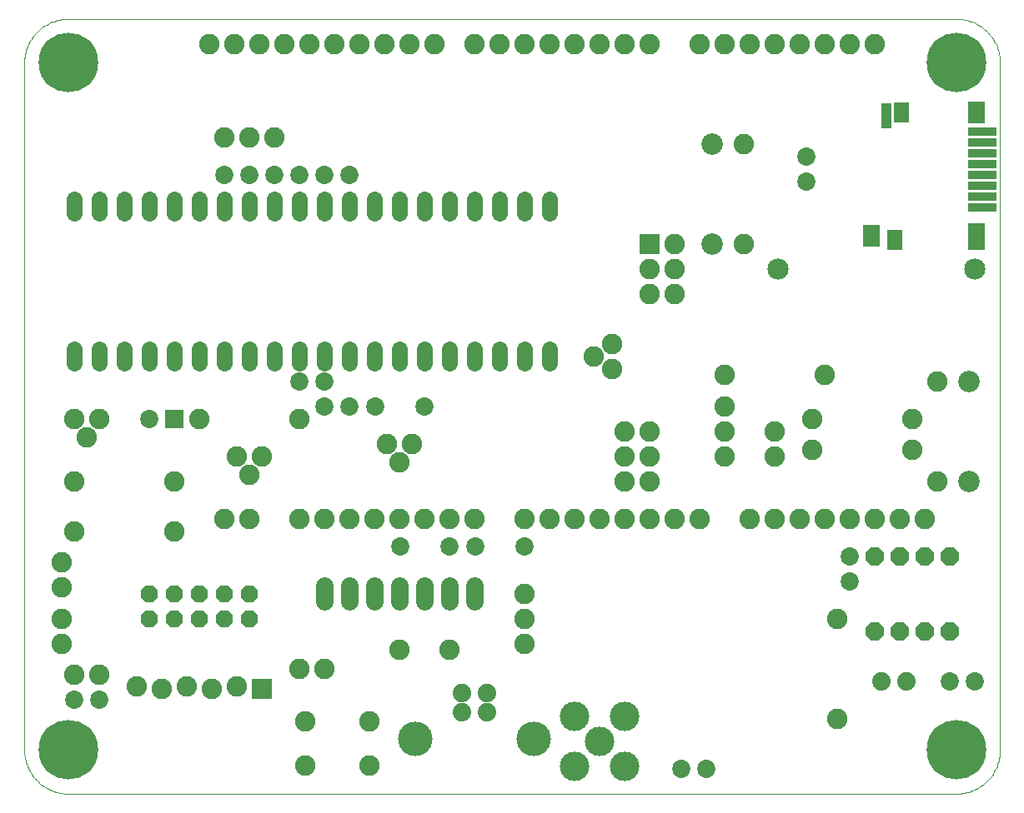
<source format=gbs>
G75*
G70*
%OFA0B0*%
%FSLAX24Y24*%
%IPPOS*%
%LPD*%
%AMOC8*
5,1,8,0,0,1.08239X$1,22.5*
%
%ADD10C,0.0000*%
%ADD11C,0.0640*%
%ADD12C,0.0820*%
%ADD13C,0.0730*%
%ADD14C,0.0740*%
%ADD15C,0.1380*%
%ADD16R,0.0820X0.0820*%
%ADD17OC8,0.0710*%
%ADD18C,0.0848*%
%ADD19OC8,0.0680*%
%ADD20C,0.2380*%
%ADD21R,0.0730X0.0730*%
%ADD22C,0.0714*%
%ADD23C,0.0860*%
%ADD24C,0.1180*%
%ADD25R,0.1163X0.0356*%
%ADD26R,0.0671X0.1064*%
%ADD27R,0.0671X0.0907*%
%ADD28R,0.0592X0.0789*%
%ADD29R,0.0395X0.1045*%
%ADD30R,0.0631X0.0789*%
%ADD31R,0.0690X0.0867*%
D10*
X002430Y001811D02*
X037930Y001811D01*
X038013Y001813D01*
X038096Y001819D01*
X038179Y001829D01*
X038261Y001843D01*
X038343Y001860D01*
X038423Y001882D01*
X038502Y001907D01*
X038580Y001936D01*
X038657Y001969D01*
X038732Y002006D01*
X038805Y002045D01*
X038876Y002089D01*
X038945Y002135D01*
X039012Y002185D01*
X039076Y002238D01*
X039138Y002294D01*
X039197Y002353D01*
X039253Y002415D01*
X039306Y002479D01*
X039356Y002546D01*
X039402Y002615D01*
X039446Y002686D01*
X039485Y002759D01*
X039522Y002834D01*
X039555Y002911D01*
X039584Y002989D01*
X039609Y003068D01*
X039631Y003148D01*
X039648Y003230D01*
X039662Y003312D01*
X039672Y003395D01*
X039678Y003478D01*
X039680Y003561D01*
X039680Y031061D01*
X039678Y031144D01*
X039672Y031227D01*
X039662Y031310D01*
X039648Y031392D01*
X039631Y031474D01*
X039609Y031554D01*
X039584Y031633D01*
X039555Y031711D01*
X039522Y031788D01*
X039485Y031863D01*
X039446Y031936D01*
X039402Y032007D01*
X039356Y032076D01*
X039306Y032143D01*
X039253Y032207D01*
X039197Y032269D01*
X039138Y032328D01*
X039076Y032384D01*
X039012Y032437D01*
X038945Y032487D01*
X038876Y032533D01*
X038805Y032577D01*
X038732Y032616D01*
X038657Y032653D01*
X038580Y032686D01*
X038502Y032715D01*
X038423Y032740D01*
X038343Y032762D01*
X038261Y032779D01*
X038179Y032793D01*
X038096Y032803D01*
X038013Y032809D01*
X037930Y032811D01*
X002430Y032811D01*
X002347Y032809D01*
X002264Y032803D01*
X002181Y032793D01*
X002099Y032779D01*
X002017Y032762D01*
X001937Y032740D01*
X001858Y032715D01*
X001780Y032686D01*
X001703Y032653D01*
X001628Y032616D01*
X001555Y032577D01*
X001484Y032533D01*
X001415Y032487D01*
X001348Y032437D01*
X001284Y032384D01*
X001222Y032328D01*
X001163Y032269D01*
X001107Y032207D01*
X001054Y032143D01*
X001004Y032076D01*
X000958Y032007D01*
X000914Y031936D01*
X000875Y031863D01*
X000838Y031788D01*
X000805Y031711D01*
X000776Y031633D01*
X000751Y031554D01*
X000729Y031474D01*
X000712Y031392D01*
X000698Y031310D01*
X000688Y031227D01*
X000682Y031144D01*
X000680Y031061D01*
X000680Y003561D01*
X000682Y003478D01*
X000688Y003395D01*
X000698Y003312D01*
X000712Y003230D01*
X000729Y003148D01*
X000751Y003068D01*
X000776Y002989D01*
X000805Y002911D01*
X000838Y002834D01*
X000875Y002759D01*
X000914Y002686D01*
X000958Y002615D01*
X001004Y002546D01*
X001054Y002479D01*
X001107Y002415D01*
X001163Y002353D01*
X001222Y002294D01*
X001284Y002238D01*
X001348Y002185D01*
X001415Y002135D01*
X001484Y002089D01*
X001555Y002045D01*
X001628Y002006D01*
X001703Y001969D01*
X001780Y001936D01*
X001858Y001907D01*
X001937Y001882D01*
X002017Y001860D01*
X002099Y001843D01*
X002181Y001829D01*
X002264Y001819D01*
X002347Y001813D01*
X002430Y001811D01*
D11*
X002680Y019031D02*
X002680Y019591D01*
X003680Y019591D02*
X003680Y019031D01*
X004680Y019031D02*
X004680Y019591D01*
X005680Y019591D02*
X005680Y019031D01*
X006680Y019031D02*
X006680Y019591D01*
X007680Y019591D02*
X007680Y019031D01*
X008680Y019031D02*
X008680Y019591D01*
X009680Y019591D02*
X009680Y019031D01*
X010680Y019031D02*
X010680Y019591D01*
X011680Y019591D02*
X011680Y019031D01*
X012680Y019031D02*
X012680Y019591D01*
X013680Y019591D02*
X013680Y019031D01*
X014680Y019031D02*
X014680Y019591D01*
X015680Y019591D02*
X015680Y019031D01*
X016680Y019031D02*
X016680Y019591D01*
X017680Y019591D02*
X017680Y019031D01*
X018680Y019031D02*
X018680Y019591D01*
X019680Y019591D02*
X019680Y019031D01*
X020680Y019031D02*
X020680Y019591D01*
X021680Y019591D02*
X021680Y019031D01*
X021680Y025031D02*
X021680Y025591D01*
X020680Y025591D02*
X020680Y025031D01*
X019680Y025031D02*
X019680Y025591D01*
X018680Y025591D02*
X018680Y025031D01*
X017680Y025031D02*
X017680Y025591D01*
X016680Y025591D02*
X016680Y025031D01*
X015680Y025031D02*
X015680Y025591D01*
X014680Y025591D02*
X014680Y025031D01*
X013680Y025031D02*
X013680Y025591D01*
X012680Y025591D02*
X012680Y025031D01*
X011680Y025031D02*
X011680Y025591D01*
X010680Y025591D02*
X010680Y025031D01*
X009680Y025031D02*
X009680Y025591D01*
X008680Y025591D02*
X008680Y025031D01*
X007680Y025031D02*
X007680Y025591D01*
X006680Y025591D02*
X006680Y025031D01*
X005680Y025031D02*
X005680Y025591D01*
X004680Y025591D02*
X004680Y025031D01*
X003680Y025031D02*
X003680Y025591D01*
X002680Y025591D02*
X002680Y025031D01*
D12*
X008680Y028061D03*
X009680Y028061D03*
X010680Y028061D03*
X011080Y031811D03*
X012080Y031811D03*
X013080Y031811D03*
X014080Y031811D03*
X015080Y031811D03*
X016080Y031811D03*
X017080Y031811D03*
X018680Y031811D03*
X019680Y031811D03*
X020680Y031811D03*
X021680Y031811D03*
X022680Y031811D03*
X023680Y031811D03*
X024680Y031811D03*
X025680Y031811D03*
X027680Y031811D03*
X028680Y031811D03*
X029680Y031811D03*
X030680Y031811D03*
X031680Y031811D03*
X032680Y031811D03*
X033680Y031811D03*
X034680Y031811D03*
X029430Y027811D03*
X029430Y023811D03*
X026680Y023811D03*
X026680Y022811D03*
X026680Y021811D03*
X025680Y021811D03*
X025680Y022811D03*
X024180Y019811D03*
X023430Y019311D03*
X024180Y018811D03*
X024680Y016311D03*
X025680Y016311D03*
X025680Y015311D03*
X024680Y015311D03*
X024680Y014311D03*
X025680Y014311D03*
X025680Y012811D03*
X024680Y012811D03*
X023680Y012811D03*
X022680Y012811D03*
X021680Y012811D03*
X020680Y012811D03*
X018680Y012811D03*
X017680Y012811D03*
X016680Y012811D03*
X015680Y012811D03*
X014680Y012811D03*
X013680Y012811D03*
X012680Y012811D03*
X011680Y012811D03*
X009680Y012811D03*
X008680Y012811D03*
X009680Y014561D03*
X009180Y015311D03*
X010180Y015311D03*
X011680Y016811D03*
X015180Y015811D03*
X015680Y015061D03*
X016180Y015811D03*
X020680Y009811D03*
X020680Y008811D03*
X020680Y007811D03*
X017680Y007561D03*
X015680Y007561D03*
X012680Y006811D03*
X011680Y006811D03*
X011900Y004701D03*
X011900Y002921D03*
X014460Y002921D03*
X014460Y004701D03*
X009180Y006111D03*
X008180Y006011D03*
X007180Y006111D03*
X006180Y006011D03*
X005180Y006111D03*
X003680Y006561D03*
X002680Y006561D03*
X002180Y007811D03*
X002180Y008811D03*
X002180Y010061D03*
X002180Y011061D03*
X002680Y012311D03*
X002680Y014311D03*
X003180Y016061D03*
X002680Y016811D03*
X003680Y016811D03*
X006680Y014311D03*
X006680Y012311D03*
X007680Y016811D03*
X008080Y031811D03*
X009080Y031811D03*
X010080Y031811D03*
X028680Y018561D03*
X028680Y017311D03*
X028680Y016311D03*
X028680Y015311D03*
X030680Y015311D03*
X030680Y016311D03*
X032180Y016811D03*
X032180Y015561D03*
X031680Y012811D03*
X032680Y012811D03*
X033680Y012811D03*
X034680Y012811D03*
X035680Y012811D03*
X036680Y012811D03*
X037180Y014311D03*
X036180Y015561D03*
X036180Y016811D03*
X037180Y018311D03*
X032680Y018561D03*
X030680Y012811D03*
X029680Y012811D03*
X027680Y012811D03*
X026680Y012811D03*
X033180Y008811D03*
X033180Y004811D03*
D13*
X037680Y006311D03*
X038680Y006311D03*
X033680Y010311D03*
X033680Y011311D03*
X027930Y002811D03*
X026930Y002811D03*
X020664Y011686D03*
X018696Y011686D03*
X017664Y011686D03*
X015696Y011686D03*
X016664Y017311D03*
X014696Y017311D03*
X013680Y017311D03*
X012680Y017311D03*
X012680Y018311D03*
X011680Y018311D03*
X005680Y016811D03*
X008680Y026561D03*
X009680Y026561D03*
X010680Y026561D03*
X011680Y026561D03*
X012680Y026561D03*
X013680Y026561D03*
X031930Y026311D03*
X031930Y027311D03*
X003680Y005561D03*
X002680Y005561D03*
D14*
X018188Y005841D03*
X018188Y005061D03*
X019172Y005061D03*
X019172Y005841D03*
X034930Y006311D03*
X035930Y006311D03*
D15*
X021050Y003991D03*
X016310Y003991D03*
D16*
X010180Y006011D03*
X025680Y023811D03*
D17*
X034680Y011311D03*
X035680Y011311D03*
X036680Y011311D03*
X037680Y011311D03*
X037680Y008311D03*
X036680Y008311D03*
X035680Y008311D03*
X034680Y008311D03*
D18*
X030806Y022811D03*
X038680Y022811D03*
D19*
X009680Y009811D03*
X008680Y009811D03*
X007680Y009811D03*
X007680Y008811D03*
X008680Y008811D03*
X009680Y008811D03*
X006680Y008811D03*
X005680Y008811D03*
X005680Y009811D03*
X006680Y009811D03*
D20*
X002430Y003561D03*
X002430Y031061D03*
X037930Y031061D03*
X037930Y003561D03*
D21*
X006680Y016811D03*
D22*
X012680Y010128D02*
X012680Y009494D01*
X013680Y009494D02*
X013680Y010128D01*
X014680Y010128D02*
X014680Y009494D01*
X015680Y009494D02*
X015680Y010128D01*
X016680Y010128D02*
X016680Y009494D01*
X017680Y009494D02*
X017680Y010128D01*
X018680Y010128D02*
X018680Y009494D01*
D23*
X028180Y023811D03*
X028180Y027811D03*
X038430Y018311D03*
X038430Y014311D03*
D24*
X024680Y004911D03*
X023680Y003911D03*
X022680Y002911D03*
X024680Y002911D03*
X022680Y004911D03*
D25*
X038971Y025280D03*
X038971Y025713D03*
X038971Y026146D03*
X038971Y026579D03*
X038971Y027012D03*
X038971Y027445D03*
X038971Y027878D03*
X038971Y028311D03*
D26*
X038725Y024118D03*
D27*
X038725Y029059D03*
D28*
X035733Y029079D03*
D29*
X035143Y028951D03*
D30*
X035477Y023981D03*
D31*
X034523Y024138D03*
M02*

</source>
